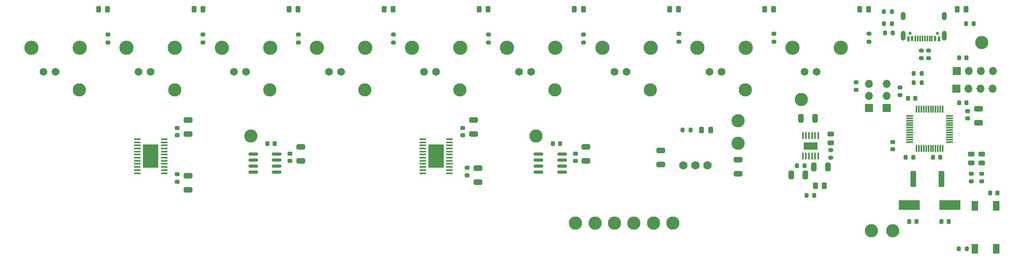
<source format=gbr>
%TF.GenerationSoftware,KiCad,Pcbnew,7.0.1*%
%TF.CreationDate,2023-03-28T01:42:18+03:00*%
%TF.ProjectId,top_controller,746f705f-636f-46e7-9472-6f6c6c65722e,rev?*%
%TF.SameCoordinates,Original*%
%TF.FileFunction,Soldermask,Top*%
%TF.FilePolarity,Negative*%
%FSLAX46Y46*%
G04 Gerber Fmt 4.6, Leading zero omitted, Abs format (unit mm)*
G04 Created by KiCad (PCBNEW 7.0.1) date 2023-03-28 01:42:18*
%MOMM*%
%LPD*%
G01*
G04 APERTURE LIST*
G04 Aperture macros list*
%AMRoundRect*
0 Rectangle with rounded corners*
0 $1 Rounding radius*
0 $2 $3 $4 $5 $6 $7 $8 $9 X,Y pos of 4 corners*
0 Add a 4 corners polygon primitive as box body*
4,1,4,$2,$3,$4,$5,$6,$7,$8,$9,$2,$3,0*
0 Add four circle primitives for the rounded corners*
1,1,$1+$1,$2,$3*
1,1,$1+$1,$4,$5*
1,1,$1+$1,$6,$7*
1,1,$1+$1,$8,$9*
0 Add four rect primitives between the rounded corners*
20,1,$1+$1,$2,$3,$4,$5,0*
20,1,$1+$1,$4,$5,$6,$7,0*
20,1,$1+$1,$6,$7,$8,$9,0*
20,1,$1+$1,$8,$9,$2,$3,0*%
G04 Aperture macros list end*
%ADD10C,1.778000*%
%ADD11RoundRect,0.225000X0.250000X-0.225000X0.250000X0.225000X-0.250000X0.225000X-0.250000X-0.225000X0*%
%ADD12RoundRect,0.225000X0.225000X0.250000X-0.225000X0.250000X-0.225000X-0.250000X0.225000X-0.250000X0*%
%ADD13RoundRect,0.243750X0.243750X0.456250X-0.243750X0.456250X-0.243750X-0.456250X0.243750X-0.456250X0*%
%ADD14R,1.473200X0.355600*%
%ADD15R,3.251200X5.029200*%
%ADD16RoundRect,0.250000X0.650000X-0.325000X0.650000X0.325000X-0.650000X0.325000X-0.650000X-0.325000X0*%
%ADD17C,2.800000*%
%ADD18RoundRect,0.200000X0.200000X0.275000X-0.200000X0.275000X-0.200000X-0.275000X0.200000X-0.275000X0*%
%ADD19RoundRect,0.200000X-0.275000X0.200000X-0.275000X-0.200000X0.275000X-0.200000X0.275000X0.200000X0*%
%ADD20RoundRect,0.150000X0.825000X0.150000X-0.825000X0.150000X-0.825000X-0.150000X0.825000X-0.150000X0*%
%ADD21C,3.000000*%
%ADD22C,1.654000*%
%ADD23RoundRect,0.243750X-0.243750X-0.456250X0.243750X-0.456250X0.243750X0.456250X-0.243750X0.456250X0*%
%ADD24RoundRect,0.225000X-0.225000X-0.250000X0.225000X-0.250000X0.225000X0.250000X-0.225000X0.250000X0*%
%ADD25RoundRect,0.200000X-0.200000X-0.275000X0.200000X-0.275000X0.200000X0.275000X-0.200000X0.275000X0*%
%ADD26RoundRect,0.243750X0.456250X-0.243750X0.456250X0.243750X-0.456250X0.243750X-0.456250X-0.243750X0*%
%ADD27R,1.700000X1.700000*%
%ADD28O,1.700000X1.700000*%
%ADD29R,4.500000X2.000000*%
%ADD30RoundRect,0.200000X0.275000X-0.200000X0.275000X0.200000X-0.275000X0.200000X-0.275000X-0.200000X0*%
%ADD31RoundRect,0.225000X-0.250000X0.225000X-0.250000X-0.225000X0.250000X-0.225000X0.250000X0.225000X0*%
%ADD32RoundRect,0.100000X-0.100000X0.625000X-0.100000X-0.625000X0.100000X-0.625000X0.100000X0.625000X0*%
%ADD33R,2.850000X1.650000*%
%ADD34RoundRect,0.250000X-0.362500X-1.425000X0.362500X-1.425000X0.362500X1.425000X-0.362500X1.425000X0*%
%ADD35RoundRect,0.075000X0.075000X-0.662500X0.075000X0.662500X-0.075000X0.662500X-0.075000X-0.662500X0*%
%ADD36RoundRect,0.075000X0.662500X-0.075000X0.662500X0.075000X-0.662500X0.075000X-0.662500X-0.075000X0*%
%ADD37RoundRect,0.250000X0.325000X0.650000X-0.325000X0.650000X-0.325000X-0.650000X0.325000X-0.650000X0*%
%ADD38C,0.650000*%
%ADD39R,0.600000X1.071260*%
%ADD40R,0.600000X1.099200*%
%ADD41R,0.300000X1.150000*%
%ADD42O,1.000000X2.100000*%
%ADD43O,1.000000X1.800000*%
%ADD44R,1.400000X2.100000*%
%ADD45RoundRect,0.250000X-0.650000X0.325000X-0.650000X-0.325000X0.650000X-0.325000X0.650000X0.325000X0*%
%ADD46RoundRect,0.243750X-0.456250X0.243750X-0.456250X-0.243750X0.456250X-0.243750X0.456250X0.243750X0*%
%ADD47RoundRect,0.250000X0.262500X0.450000X-0.262500X0.450000X-0.262500X-0.450000X0.262500X-0.450000X0*%
G04 APERTURE END LIST*
D10*
%TO.C,U6*%
X177040000Y-64922400D03*
X174500000Y-64922400D03*
X171960000Y-64922400D03*
%TD*%
D11*
%TO.C,C28*%
X89250000Y-64025000D03*
X89250000Y-62475000D03*
%TD*%
D12*
%TO.C,C3*%
X227800000Y-76750000D03*
X226250000Y-76750000D03*
%TD*%
D13*
%TO.C,D10*%
X50937500Y-32000000D03*
X49062500Y-32000000D03*
%TD*%
D14*
%TO.C,U3*%
X117180600Y-59418600D03*
X117180600Y-60079000D03*
X117180600Y-60714000D03*
X117180600Y-61374400D03*
X117180600Y-62034800D03*
X117180600Y-62669800D03*
X117180600Y-63330200D03*
X117180600Y-63965200D03*
X117180600Y-64625600D03*
X117180600Y-65286000D03*
X117180600Y-65921000D03*
X117180600Y-66581400D03*
X122819400Y-66581400D03*
X122819400Y-65921000D03*
X122819400Y-65286000D03*
X122819400Y-64625600D03*
X122819400Y-63965200D03*
X122819400Y-63330200D03*
X122819400Y-62669800D03*
X122819400Y-62034800D03*
X122819400Y-61374400D03*
X122819400Y-60714000D03*
X122819400Y-60079000D03*
X122819400Y-59418600D03*
D15*
X120000000Y-63000000D03*
%TD*%
D16*
%TO.C,C26*%
X183500000Y-66725000D03*
X183500000Y-63775000D03*
%TD*%
D12*
%TO.C,C7*%
X220775000Y-50750000D03*
X219225000Y-50750000D03*
%TD*%
D11*
%TO.C,C8*%
X231750000Y-55025000D03*
X231750000Y-53475000D03*
%TD*%
D17*
%TO.C,TP2*%
X211500000Y-78750000D03*
%TD*%
D18*
%TO.C,R10*%
X222075000Y-45500000D03*
X220425000Y-45500000D03*
%TD*%
D19*
%TO.C,R11*%
X232500000Y-66675000D03*
X232500000Y-68325000D03*
%TD*%
D17*
%TO.C,TP10*%
X105000000Y-49000000D03*
%TD*%
D20*
%TO.C,U7*%
X86475000Y-66405000D03*
X86475000Y-65135000D03*
X86475000Y-63865000D03*
X86475000Y-62595000D03*
X81525000Y-62595000D03*
X81525000Y-63865000D03*
X81525000Y-65135000D03*
X81525000Y-66405000D03*
%TD*%
D19*
%TO.C,R15*%
X151000000Y-37350000D03*
X151000000Y-39000000D03*
%TD*%
D13*
%TO.C,D12*%
X231437500Y-32000000D03*
X229562500Y-32000000D03*
%TD*%
D17*
%TO.C,TP19*%
X161600000Y-77100000D03*
%TD*%
D16*
%TO.C,C20*%
X127834300Y-58309300D03*
X127834300Y-55359300D03*
%TD*%
D21*
%TO.C,J4*%
X114920000Y-40130000D03*
X125080000Y-40130000D03*
D22*
X120000000Y-45210000D03*
X117460000Y-45210000D03*
%TD*%
D13*
%TO.C,D3*%
X190937500Y-32000000D03*
X189062500Y-32000000D03*
%TD*%
D23*
%TO.C,D13*%
X209062500Y-32000000D03*
X210937500Y-32000000D03*
%TD*%
D21*
%TO.C,J9*%
X194920000Y-40130000D03*
X205080000Y-40130000D03*
D22*
X200000000Y-45210000D03*
X197460000Y-45210000D03*
%TD*%
D24*
%TO.C,C6*%
X218750000Y-63250000D03*
X220300000Y-63250000D03*
%TD*%
D25*
%TO.C,R2*%
X229925000Y-82500000D03*
X231575000Y-82500000D03*
%TD*%
D26*
%TO.C,D1*%
X232500000Y-64437500D03*
X232500000Y-62562500D03*
%TD*%
D14*
%TO.C,U4*%
X57180600Y-59418600D03*
X57180600Y-60079000D03*
X57180600Y-60714000D03*
X57180600Y-61374400D03*
X57180600Y-62034800D03*
X57180600Y-62669800D03*
X57180600Y-63330200D03*
X57180600Y-63965200D03*
X57180600Y-64625600D03*
X57180600Y-65286000D03*
X57180600Y-65921000D03*
X57180600Y-66581400D03*
X62819400Y-66581400D03*
X62819400Y-65921000D03*
X62819400Y-65286000D03*
X62819400Y-64625600D03*
X62819400Y-63965200D03*
X62819400Y-63330200D03*
X62819400Y-62669800D03*
X62819400Y-62034800D03*
X62819400Y-61374400D03*
X62819400Y-60714000D03*
X62819400Y-60079000D03*
X62819400Y-59418600D03*
D15*
X60000000Y-63000000D03*
%TD*%
D24*
%TO.C,C5*%
X229975000Y-42250000D03*
X231525000Y-42250000D03*
%TD*%
D13*
%TO.C,D14*%
X177687500Y-57500000D03*
X175812500Y-57500000D03*
%TD*%
D17*
%TO.C,TP14*%
X141000000Y-58750000D03*
%TD*%
D21*
%TO.C,J1*%
X174920000Y-40130000D03*
X185080000Y-40130000D03*
D22*
X180000000Y-45210000D03*
X177460000Y-45210000D03*
%TD*%
D13*
%TO.C,D4*%
X170937500Y-32000000D03*
X169062500Y-32000000D03*
%TD*%
%TO.C,D9*%
X70937500Y-32000000D03*
X69062500Y-32000000D03*
%TD*%
D27*
%TO.C,J12*%
X229380000Y-48750000D03*
D28*
X231920000Y-48750000D03*
X234460000Y-48750000D03*
X237000000Y-48750000D03*
%TD*%
D17*
%TO.C,TP11*%
X85000000Y-49000000D03*
%TD*%
%TO.C,TP15*%
X234750000Y-39000000D03*
%TD*%
D21*
%TO.C,J7*%
X54920000Y-40130000D03*
X65080000Y-40130000D03*
D22*
X60000000Y-45210000D03*
X57460000Y-45210000D03*
%TD*%
D21*
%TO.C,J6*%
X74920000Y-40130000D03*
X85080000Y-40130000D03*
D22*
X80000000Y-45210000D03*
X77460000Y-45210000D03*
%TD*%
D17*
%TO.C,TP5*%
X183500000Y-55500000D03*
%TD*%
D19*
%TO.C,R26*%
X211000000Y-37175000D03*
X211000000Y-38825000D03*
%TD*%
D29*
%TO.C,Y1*%
X219500000Y-73300000D03*
X228000000Y-73300000D03*
%TD*%
D17*
%TO.C,TP6*%
X185000000Y-49000000D03*
%TD*%
D11*
%TO.C,C25*%
X65584300Y-58609300D03*
X65584300Y-57059300D03*
%TD*%
D19*
%TO.C,R20*%
X51000000Y-37350000D03*
X51000000Y-39000000D03*
%TD*%
D27*
%TO.C,J11*%
X229420000Y-45000000D03*
D28*
X231960000Y-45000000D03*
X234500000Y-45000000D03*
X237040000Y-45000000D03*
%TD*%
D16*
%TO.C,C12*%
X128750000Y-68475000D03*
X128750000Y-65525000D03*
%TD*%
D17*
%TO.C,TP8*%
X145000000Y-49000000D03*
%TD*%
D18*
%TO.C,R23*%
X197495000Y-65000000D03*
X195845000Y-65000000D03*
%TD*%
%TO.C,R4*%
X216000000Y-37000000D03*
X214350000Y-37000000D03*
%TD*%
D30*
%TO.C,R21*%
X202920000Y-63325000D03*
X202920000Y-61675000D03*
%TD*%
D21*
%TO.C,J5*%
X94920000Y-40130000D03*
X105080000Y-40130000D03*
D22*
X100000000Y-45210000D03*
X97460000Y-45210000D03*
%TD*%
D13*
%TO.C,D8*%
X90937500Y-32000000D03*
X89062500Y-32000000D03*
%TD*%
D18*
%TO.C,R25*%
X199495000Y-71250000D03*
X197845000Y-71250000D03*
%TD*%
D11*
%TO.C,C16*%
X149250000Y-64025000D03*
X149250000Y-62475000D03*
%TD*%
D17*
%TO.C,TP12*%
X65000000Y-49000000D03*
%TD*%
D31*
%TO.C,C10*%
X216000000Y-59975000D03*
X216000000Y-61525000D03*
%TD*%
D17*
%TO.C,TP3*%
X196750000Y-51000000D03*
%TD*%
D18*
%TO.C,R29*%
X173462500Y-57500000D03*
X171812500Y-57500000D03*
%TD*%
D13*
%TO.C,D5*%
X150937500Y-32000000D03*
X149062500Y-32000000D03*
%TD*%
D17*
%TO.C,TP22*%
X81000000Y-58750000D03*
%TD*%
D11*
%TO.C,C22*%
X125584300Y-58609300D03*
X125584300Y-57059300D03*
%TD*%
D32*
%TO.C,U2*%
X200335000Y-58690000D03*
X199685000Y-58690000D03*
X199035000Y-58690000D03*
X198385000Y-58690000D03*
X197735000Y-58690000D03*
X197085000Y-58690000D03*
X197085000Y-62990000D03*
X197735000Y-62990000D03*
X198385000Y-62990000D03*
X199035000Y-62990000D03*
X199685000Y-62990000D03*
X200335000Y-62990000D03*
D33*
X198710000Y-60840000D03*
%TD*%
D18*
%TO.C,R8*%
X215825000Y-32500000D03*
X214175000Y-32500000D03*
%TD*%
D19*
%TO.C,R18*%
X91000000Y-37350000D03*
X91000000Y-39000000D03*
%TD*%
D17*
%TO.C,TP17*%
X165700000Y-77100000D03*
%TD*%
D24*
%TO.C,C4*%
X236475000Y-70750000D03*
X238025000Y-70750000D03*
%TD*%
%TO.C,C9*%
X224475000Y-63250000D03*
X226025000Y-63250000D03*
%TD*%
D19*
%TO.C,R30*%
X217500000Y-48475000D03*
X217500000Y-50125000D03*
%TD*%
D16*
%TO.C,C11*%
X234000000Y-55975000D03*
X234000000Y-53025000D03*
%TD*%
D34*
%TO.C,R3*%
X220287500Y-67800000D03*
X226212500Y-67800000D03*
%TD*%
D31*
%TO.C,C23*%
X65584300Y-66809300D03*
X65584300Y-68359300D03*
%TD*%
D35*
%TO.C,U1*%
X221000000Y-61412500D03*
X221500000Y-61412500D03*
X222000000Y-61412500D03*
X222500000Y-61412500D03*
X223000000Y-61412500D03*
X223500000Y-61412500D03*
X224000000Y-61412500D03*
X224500000Y-61412500D03*
X225000000Y-61412500D03*
X225500000Y-61412500D03*
X226000000Y-61412500D03*
X226500000Y-61412500D03*
D36*
X227912500Y-60000000D03*
X227912500Y-59500000D03*
X227912500Y-59000000D03*
X227912500Y-58500000D03*
X227912500Y-58000000D03*
X227912500Y-57500000D03*
X227912500Y-57000000D03*
X227912500Y-56500000D03*
X227912500Y-56000000D03*
X227912500Y-55500000D03*
X227912500Y-55000000D03*
X227912500Y-54500000D03*
D35*
X226500000Y-53087500D03*
X226000000Y-53087500D03*
X225500000Y-53087500D03*
X225000000Y-53087500D03*
X224500000Y-53087500D03*
X224000000Y-53087500D03*
X223500000Y-53087500D03*
X223000000Y-53087500D03*
X222500000Y-53087500D03*
X222000000Y-53087500D03*
X221500000Y-53087500D03*
X221000000Y-53087500D03*
D36*
X219587500Y-54500000D03*
X219587500Y-55000000D03*
X219587500Y-55500000D03*
X219587500Y-56000000D03*
X219587500Y-56500000D03*
X219587500Y-57000000D03*
X219587500Y-57500000D03*
X219587500Y-58000000D03*
X219587500Y-58500000D03*
X219587500Y-59000000D03*
X219587500Y-59500000D03*
X219587500Y-60000000D03*
%TD*%
D19*
%TO.C,R17*%
X111000000Y-37350000D03*
X111000000Y-39000000D03*
%TD*%
D20*
%TO.C,U5*%
X146475000Y-66405000D03*
X146475000Y-65135000D03*
X146475000Y-63865000D03*
X146475000Y-62595000D03*
X141525000Y-62595000D03*
X141525000Y-63865000D03*
X141525000Y-65135000D03*
X141525000Y-66405000D03*
%TD*%
D24*
%TO.C,C30*%
X86025000Y-60350000D03*
X84475000Y-60350000D03*
%TD*%
D37*
%TO.C,C15*%
X197645000Y-67000000D03*
X194695000Y-67000000D03*
%TD*%
D38*
%TO.C,J10*%
X225390000Y-37105000D03*
X219610000Y-37105000D03*
D39*
X225700000Y-38219370D03*
D40*
X224900000Y-38205400D03*
D41*
X223750000Y-38180000D03*
X222750000Y-38180000D03*
X222250000Y-38180000D03*
X221250000Y-38180000D03*
D40*
X220100000Y-38205400D03*
D39*
X219300000Y-38219370D03*
X219300000Y-38219370D03*
D40*
X220100000Y-38205400D03*
D41*
X220750000Y-38180000D03*
X221750000Y-38180000D03*
X223250000Y-38180000D03*
X224250000Y-38180000D03*
D40*
X224900000Y-38205400D03*
D39*
X225700000Y-38219370D03*
D42*
X226820000Y-37605000D03*
D43*
X226820000Y-33425000D03*
D42*
X218180000Y-37605000D03*
D43*
X218180000Y-33425000D03*
%TD*%
D21*
%TO.C,J8*%
X34920000Y-40130000D03*
X45080000Y-40130000D03*
D22*
X40000000Y-45210000D03*
X37460000Y-45210000D03*
%TD*%
D17*
%TO.C,TP13*%
X45000000Y-49000000D03*
%TD*%
%TO.C,TP4*%
X183500000Y-60250000D03*
%TD*%
D13*
%TO.C,D7*%
X110937500Y-32000000D03*
X109062500Y-32000000D03*
%TD*%
D19*
%TO.C,R1*%
X208300000Y-47375000D03*
X208300000Y-49025000D03*
%TD*%
D24*
%TO.C,C2*%
X219475000Y-76750000D03*
X221025000Y-76750000D03*
%TD*%
D19*
%TO.C,R14*%
X171000000Y-37175000D03*
X171000000Y-38825000D03*
%TD*%
D26*
%TO.C,D2*%
X234750000Y-64437500D03*
X234750000Y-62562500D03*
%TD*%
D17*
%TO.C,TP16*%
X169800000Y-77100000D03*
%TD*%
D24*
%TO.C,C18*%
X144525000Y-60350000D03*
X146075000Y-60350000D03*
%TD*%
D18*
%TO.C,R22*%
X233025000Y-35000000D03*
X231375000Y-35000000D03*
%TD*%
D19*
%TO.C,R6*%
X222000000Y-40675000D03*
X222000000Y-42325000D03*
%TD*%
%TO.C,R13*%
X191000000Y-37175000D03*
X191000000Y-38825000D03*
%TD*%
%TO.C,R19*%
X71000000Y-37350000D03*
X71000000Y-39000000D03*
%TD*%
D17*
%TO.C,TP7*%
X165000000Y-49000000D03*
%TD*%
%TO.C,TP1*%
X216000000Y-78750000D03*
%TD*%
D11*
%TO.C,C13*%
X126500000Y-67025000D03*
X126500000Y-65475000D03*
%TD*%
D27*
%TO.C,J13*%
X211000000Y-52830000D03*
D28*
X211000000Y-50290000D03*
X211000000Y-47750000D03*
%TD*%
D18*
%TO.C,R7*%
X222075000Y-47500000D03*
X220425000Y-47500000D03*
%TD*%
D44*
%TO.C,SW1*%
X237750000Y-73450000D03*
X237750000Y-82550000D03*
X233250000Y-73450000D03*
X233250000Y-82550000D03*
%TD*%
D45*
%TO.C,C21*%
X67834300Y-67109300D03*
X67834300Y-70059300D03*
%TD*%
D17*
%TO.C,TP18*%
X157500000Y-77100000D03*
%TD*%
D46*
%TO.C,D11*%
X202920000Y-58312500D03*
X202920000Y-60187500D03*
%TD*%
D19*
%TO.C,R16*%
X131000000Y-37350000D03*
X131000000Y-39000000D03*
%TD*%
%TO.C,R12*%
X234750000Y-66675000D03*
X234750000Y-68325000D03*
%TD*%
D16*
%TO.C,C27*%
X167250000Y-64725000D03*
X167250000Y-61775000D03*
%TD*%
D24*
%TO.C,C1*%
X229975000Y-51750000D03*
X231525000Y-51750000D03*
%TD*%
D16*
%TO.C,C17*%
X151500000Y-63975000D03*
X151500000Y-61025000D03*
%TD*%
D17*
%TO.C,TP20*%
X153400000Y-77100000D03*
%TD*%
%TO.C,TP9*%
X125000000Y-49000000D03*
%TD*%
D37*
%TO.C,C14*%
X199670000Y-55000000D03*
X196720000Y-55000000D03*
%TD*%
D13*
%TO.C,D6*%
X130937500Y-32000000D03*
X129062500Y-32000000D03*
%TD*%
D16*
%TO.C,C29*%
X91500000Y-63975000D03*
X91500000Y-61025000D03*
%TD*%
D21*
%TO.C,J2*%
X154920000Y-40130000D03*
X165080000Y-40130000D03*
D22*
X160000000Y-45210000D03*
X157460000Y-45210000D03*
%TD*%
D37*
%TO.C,C19*%
X202395000Y-65250000D03*
X199445000Y-65250000D03*
%TD*%
D16*
%TO.C,C24*%
X67834300Y-58309300D03*
X67834300Y-55359300D03*
%TD*%
D27*
%TO.C,J14*%
X214750000Y-52845000D03*
D28*
X214750000Y-50305000D03*
X214750000Y-47765000D03*
%TD*%
D17*
%TO.C,TP21*%
X149300000Y-77100000D03*
%TD*%
D25*
%TO.C,R9*%
X214175000Y-35000000D03*
X215825000Y-35000000D03*
%TD*%
D19*
%TO.C,R5*%
X223500000Y-40675000D03*
X223500000Y-42325000D03*
%TD*%
D47*
%TO.C,R24*%
X201582500Y-69250000D03*
X199757500Y-69250000D03*
%TD*%
D21*
%TO.C,J3*%
X134920000Y-40130000D03*
X145080000Y-40130000D03*
D22*
X140000000Y-45210000D03*
X137460000Y-45210000D03*
%TD*%
M02*

</source>
